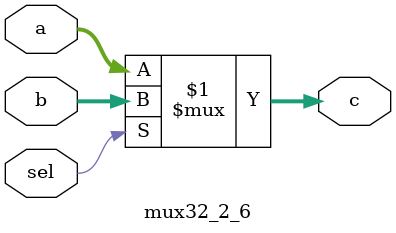
<source format=v>
`timescale 1ns / 1ps
module mux32_2_6(
    input [31:0] a,
    input [31:0] b,
    input sel,
    output [31:0] c
    );
	 assign c = (sel)?b:a;

endmodule

</source>
